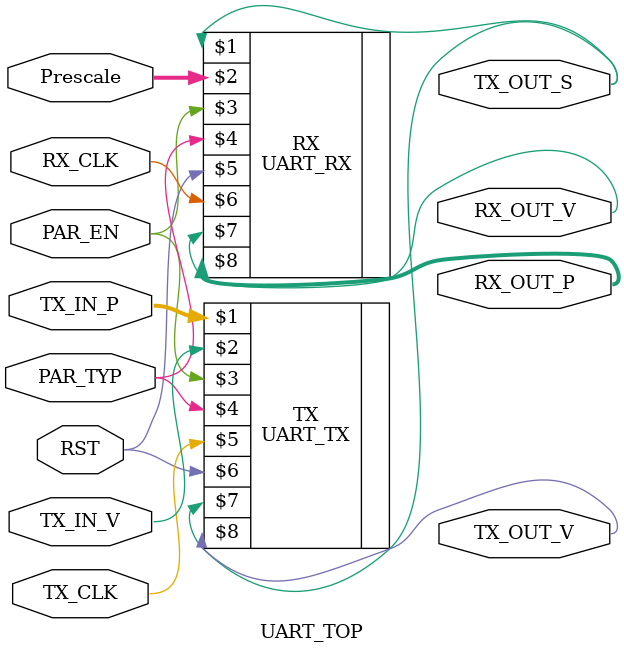
<source format=v>
module UART_TOP(TX_IN_P, TX_IN_V, PAR_EN, PAR_TYP, TX_CLK, RST, RX_CLK, Prescale, RX_OUT_V, RX_OUT_P, TX_OUT_S, TX_OUT_V);
parameter WIDTH = 8, START_BIT = 0, STOP_BIT = 1;
input [WIDTH-1:0] TX_IN_P;
input TX_IN_V, PAR_EN, PAR_TYP, TX_CLK, RST, RX_CLK;
input [8:0] Prescale;
output TX_OUT_S, TX_OUT_V;
output [WIDTH-1:0] RX_OUT_P;
output RX_OUT_V;
UART_TX#(WIDTH,START_BIT,STOP_BIT) TX (TX_IN_P,TX_IN_V,PAR_EN,PAR_TYP,TX_CLK,RST,TX_OUT_S,TX_OUT_V);
UART_RX#(WIDTH,START_BIT,STOP_BIT) RX (TX_OUT_S,Prescale,PAR_EN,PAR_TYP,RST,RX_CLK,RX_OUT_V,RX_OUT_P);
endmodule
</source>
